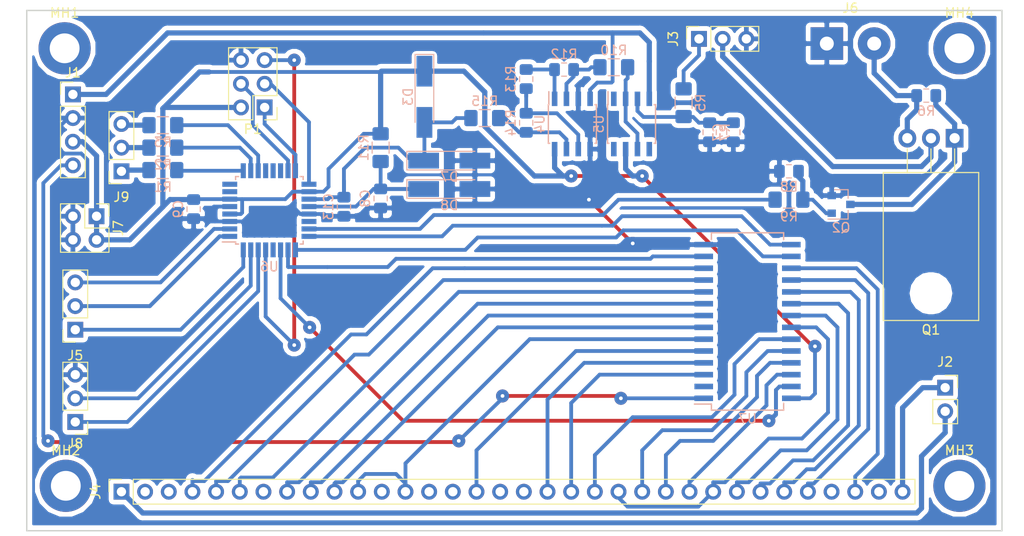
<source format=kicad_pcb>
(kicad_pcb (version 20171130) (host pcbnew 6.0.0-rc1-unknown-94cc1ef~66~ubuntu16.04.1)
  (layers (0 F.Cu signal) (31 B.Cu signal) (34 B.Paste user) (35 F.Paste user) (36 B.SilkS user) (37 F.SilkS user) (38 B.Mask user) (39 F.Mask user) (44 Edge.Cuts user))
  (net 0 "")
  (net 1 GND)
  (net 2 +5V)
  (net 3 -5V)
  (net 4 "Net-(C7-Pad1)")
  (net 5 "Net-(C8-Pad1)")
  (net 6 +15V)
  (net 7 "Net-(J3-Pad1)")
  (net 8 "Net-(J3-Pad2)")
  (net 9 /S8)
  (net 10 /7G)
  (net 11 /S7)
  (net 12 /6G)
  (net 13 /S5)
  (net 14 /S4)
  (net 15 /5G)
  (net 16 /4G)
  (net 17 /g)
  (net 18 /3G)
  (net 19 /f)
  (net 20 /e)
  (net 21 /2G)
  (net 22 /d)
  (net 23 /c)
  (net 24 /1G)
  (net 25 /b)
  (net 26 /a)
  (net 27 /S12)
  (net 28 /S10)
  (net 29 /MISO)
  (net 30 /SCK)
  (net 31 /MOSI)
  (net 32 /RST)
  (net 33 "Net-(Q1-Pad1)")
  (net 34 "Net-(Q2-Pad1)")
  (net 35 /SOLDER)
  (net 36 "Net-(R10-Pad1)")
  (net 37 "Net-(R10-Pad2)")
  (net 38 "Net-(R12-Pad2)")
  (net 39 "Net-(R13-Pad2)")
  (net 40 "Net-(R14-Pad2)")
  (net 41 /TEMP)
  (net 42 /FBB)
  (net 43 /SDI)
  (net 44 /CLOCK)
  (net 45 /STROBE)
  (net 46 /BLANK)
  (net 47 /FBA)
  (net 48 +36V)
  (net 49 /INP1)
  (net 50 /INP2)
  (net 51 /INP3)
  (net 52 "Net-(J8-Pad1)")
  (net 53 "Net-(J8-Pad2)")
  (net 54 "Net-(J9-Pad1)")
  (net 55 "Net-(J9-Pad2)")
  (net 56 "Net-(J9-Pad3)")
  (net 57 /INP4)
  (net 58 /INP5)
  (net 59 /INP6)
  (module Capacitor_SMD:C_0805_2012Metric_Pad1.15x1.40mm_HandSolder (layer B.Cu) (at 118.707 46.759 270)
    (fp_text reference C7 (at 0 1.65 270) (layer B.SilkS) (effects (justify mirror)))
    (fp_text value 10n)
    (pad 1 smd roundrect (at -1.025 0 270) (size 1.15 1.4) (layers B.Cu B.Paste B.Mask) (roundrect_rratio 0.217391) (net 4 "Net-(C7-Pad1)"))
    (pad 2 smd roundrect (at 1.025 0 270) (size 1.15 1.4) (layers B.Cu B.Paste B.Mask) (roundrect_rratio 0.217391) (net 1 GND))
  )
  (module Capacitor_SMD:C_0805_2012Metric_Pad1.15x1.40mm_HandSolder (layer B.Cu) (at 80.861 53.871 270)
    (fp_text reference C8 (at 0 1.65 270) (layer B.SilkS) (effects (justify mirror)))
    (fp_text value 10n)
    (pad 1 smd roundrect (at -1.025 0 270) (size 1.15 1.4) (layers B.Cu B.Paste B.Mask) (roundrect_rratio 0.217391) (net 5 "Net-(C8-Pad1)"))
    (pad 2 smd roundrect (at 1.025 0 270) (size 1.15 1.4) (layers B.Cu B.Paste B.Mask) (roundrect_rratio 0.217391) (net 1 GND))
  )
  (module Capacitor_SMD:C_0805_2012Metric_Pad1.15x1.40mm_HandSolder (layer B.Cu) (at 60.795 55.014 270)
    (fp_text reference C9 (at 0 1.65 270) (layer B.SilkS) (effects (justify mirror)))
    (fp_text value 10n)
    (pad 2 smd roundrect (at 1.025 0 270) (size 1.15 1.4) (layers B.Cu B.Paste B.Mask) (roundrect_rratio 0.217391) (net 1 GND))
    (pad 1 smd roundrect (at -1.025 0 270) (size 1.15 1.4) (layers B.Cu B.Paste B.Mask) (roundrect_rratio 0.217391) (net 2 +5V))
  )
  (module Connector_PinSocket_2.54mm:PinSocket_1x03_P2.54mm_Vertical (layer F.Cu) (at 115.024 36.726 90)
    (fp_text reference J3 (at 0 -2.77 90) (layer F.SilkS))
    (fp_text value RT_WELLER)
    (pad 1 thru_hole rect (at 0 0 90) (size 1.7 1.7) (drill 1) (layers *.Cu *.Mask) (net 7 "Net-(J3-Pad1)"))
    (pad 2 thru_hole oval (at 0 2.54 90) (size 1.7 1.7) (drill 1) (layers *.Cu *.Mask) (net 8 "Net-(J3-Pad2)"))
    (pad 3 thru_hole oval (at 0 5.08 90) (size 1.7 1.7) (drill 1) (layers *.Cu *.Mask) (net 1 GND))
  )
  (module Connector_PinSocket_2.54mm:PinSocket_1x34_P2.54mm_Vertical (layer F.Cu) (at 53.048 85.367 90)
    (fp_text reference J4 (at 0 -2.77 90) (layer F.SilkS))
    (fp_text value "VFD dISPLAY")
    (pad 1 thru_hole rect (at 0 0 90) (size 1.7 1.7) (drill 1) (layers *.Cu *.Mask) (net 47 /FBA))
    (pad 2 thru_hole oval (at 0 2.54 90) (size 1.7 1.7) (drill 1) (layers *.Cu *.Mask))
    (pad 3 thru_hole oval (at 0 5.08 90) (size 1.7 1.7) (drill 1) (layers *.Cu *.Mask))
    (pad 4 thru_hole oval (at 0 7.62 90) (size 1.7 1.7) (drill 1) (layers *.Cu *.Mask) (net 9 /S8))
    (pad 5 thru_hole oval (at 0 10.16 90) (size 1.7 1.7) (drill 1) (layers *.Cu *.Mask) (net 10 /7G))
    (pad 6 thru_hole oval (at 0 12.7 90) (size 1.7 1.7) (drill 1) (layers *.Cu *.Mask) (net 11 /S7))
    (pad 7 thru_hole oval (at 0 15.24 90) (size 1.7 1.7) (drill 1) (layers *.Cu *.Mask))
    (pad 8 thru_hole oval (at 0 17.78 90) (size 1.7 1.7) (drill 1) (layers *.Cu *.Mask) (net 12 /6G))
    (pad 9 thru_hole oval (at 0 20.32 90) (size 1.7 1.7) (drill 1) (layers *.Cu *.Mask) (net 13 /S5))
    (pad 10 thru_hole oval (at 0 22.86 90) (size 1.7 1.7) (drill 1) (layers *.Cu *.Mask) (net 14 /S4))
    (pad 11 thru_hole oval (at 0 25.4 90) (size 1.7 1.7) (drill 1) (layers *.Cu *.Mask) (net 15 /5G))
    (pad 12 thru_hole oval (at 0 27.94 90) (size 1.7 1.7) (drill 1) (layers *.Cu *.Mask))
    (pad 13 thru_hole oval (at 0 30.48 90) (size 1.7 1.7) (drill 1) (layers *.Cu *.Mask) (net 15 /5G))
    (pad 14 thru_hole oval (at 0 33.02 90) (size 1.7 1.7) (drill 1) (layers *.Cu *.Mask))
    (pad 15 thru_hole oval (at 0 35.56 90) (size 1.7 1.7) (drill 1) (layers *.Cu *.Mask))
    (pad 16 thru_hole oval (at 0 38.1 90) (size 1.7 1.7) (drill 1) (layers *.Cu *.Mask) (net 16 /4G))
    (pad 17 thru_hole oval (at 0 40.64 90) (size 1.7 1.7) (drill 1) (layers *.Cu *.Mask))
    (pad 18 thru_hole oval (at 0 43.18 90) (size 1.7 1.7) (drill 1) (layers *.Cu *.Mask))
    (pad 19 thru_hole oval (at 0 45.72 90) (size 1.7 1.7) (drill 1) (layers *.Cu *.Mask) (net 17 /g))
    (pad 20 thru_hole oval (at 0 48.26 90) (size 1.7 1.7) (drill 1) (layers *.Cu *.Mask) (net 18 /3G))
    (pad 21 thru_hole oval (at 0 50.8 90) (size 1.7 1.7) (drill 1) (layers *.Cu *.Mask) (net 25 /b))
    (pad 22 thru_hole oval (at 0 53.34 90) (size 1.7 1.7) (drill 1) (layers *.Cu *.Mask) (net 24 /1G))
    (pad 23 thru_hole oval (at 0 55.88 90) (size 1.7 1.7) (drill 1) (layers *.Cu *.Mask) (net 26 /a))
    (pad 24 thru_hole oval (at 0 58.42 90) (size 1.7 1.7) (drill 1) (layers *.Cu *.Mask) (net 27 /S12))
    (pad 25 thru_hole oval (at 0 60.96 90) (size 1.7 1.7) (drill 1) (layers *.Cu *.Mask) (net 28 /S10))
    (pad 26 thru_hole oval (at 0 63.5 90) (size 1.7 1.7) (drill 1) (layers *.Cu *.Mask) (net 24 /1G))
    (pad 27 thru_hole oval (at 0 66.04 90) (size 1.7 1.7) (drill 1) (layers *.Cu *.Mask) (net 23 /c))
    (pad 28 thru_hole oval (at 0 68.58 90) (size 1.7 1.7) (drill 1) (layers *.Cu *.Mask) (net 22 /d))
    (pad 29 thru_hole oval (at 0 71.12 90) (size 1.7 1.7) (drill 1) (layers *.Cu *.Mask) (net 21 /2G))
    (pad 30 thru_hole oval (at 0 73.66 90) (size 1.7 1.7) (drill 1) (layers *.Cu *.Mask) (net 20 /e))
    (pad 31 thru_hole oval (at 0 76.2 90) (size 1.7 1.7) (drill 1) (layers *.Cu *.Mask))
    (pad 32 thru_hole oval (at 0 78.74 90) (size 1.7 1.7) (drill 1) (layers *.Cu *.Mask) (net 19 /f))
    (pad 33 thru_hole oval (at 0 81.28 90) (size 1.7 1.7) (drill 1) (layers *.Cu *.Mask))
    (pad 34 thru_hole oval (at 0 83.82 90) (size 1.7 1.7) (drill 1) (layers *.Cu *.Mask) (net 42 /FBB))
  )
  (module Connector_PinHeader_2.54mm:PinHeader_2x03_P2.54mm_Vertical (layer F.Cu) (at 68.415 44.092 180)
    (fp_text reference P1 (at 1.27 -2.33 180) (layer F.SilkS))
    (fp_text value ISP)
    (pad 1 thru_hole rect (at 0 0 180) (size 1.7 1.7) (drill 1) (layers *.Cu *.Mask) (net 29 /MISO))
    (pad 2 thru_hole oval (at 2.54 0 180) (size 1.7 1.7) (drill 1) (layers *.Cu *.Mask) (net 2 +5V))
    (pad 3 thru_hole oval (at 0 2.54 180) (size 1.7 1.7) (drill 1) (layers *.Cu *.Mask) (net 30 /SCK))
    (pad 4 thru_hole oval (at 2.54 2.54 180) (size 1.7 1.7) (drill 1) (layers *.Cu *.Mask) (net 31 /MOSI))
    (pad 5 thru_hole oval (at 0 5.08 180) (size 1.7 1.7) (drill 1) (layers *.Cu *.Mask) (net 32 /RST))
    (pad 6 thru_hole oval (at 2.54 5.08 180) (size 1.7 1.7) (drill 1) (layers *.Cu *.Mask) (net 1 GND))
  )
  (module Package_TO_SOT_THT:TO-220-3_Horizontal_TabDown (layer F.Cu) (at 142.456 47.394 180)
    (fp_text reference Q1 (at 2.54 -20.58 180) (layer F.SilkS))
    (fp_text value IRF9540)
    (pad "" np_thru_hole oval (at 2.54 -16.66 180) (size 3.5 3.5) (drill 3.5) (layers *.Cu *.Mask))
    (pad 1 thru_hole rect (at 0 0 180) (size 1.905 2) (drill 1.1) (layers *.Cu *.Mask) (net 33 "Net-(Q1-Pad1)"))
    (pad 2 thru_hole oval (at 2.54 0 180) (size 1.905 2) (drill 1.1) (layers *.Cu *.Mask) (net 8 "Net-(J3-Pad2)"))
    (pad 3 thru_hole oval (at 5.08 0 180) (size 1.905 2) (drill 1.1) (layers *.Cu *.Mask) (net 6 +15V))
  )
  (module Package_TO_SOT_SMD:SOT-23 (layer B.Cu) (at 130.264 54.506)
    (fp_text reference Q2 (at 0 2.5) (layer B.SilkS) (effects (justify mirror)))
    (fp_text value 2N7002)
    (pad 1 smd rect (at -1 0.95) (size 0.9 0.8) (layers B.Cu B.Paste B.Mask) (net 34 "Net-(Q2-Pad1)"))
    (pad 2 smd rect (at -1 -0.95) (size 0.9 0.8) (layers B.Cu B.Paste B.Mask) (net 1 GND))
    (pad 3 smd rect (at 1 0) (size 0.9 0.8) (layers B.Cu B.Paste B.Mask) (net 33 "Net-(Q1-Pad1)"))
  )
  (module Resistor_SMD:R_0805_2012Metric_Pad1.15x1.40mm_HandSolder (layer B.Cu) (at 139.408 42.822)
    (fp_text reference R6 (at 0 1.65) (layer B.SilkS) (effects (justify mirror)))
    (fp_text value 4k7)
    (pad 1 smd roundrect (at -1.025 0) (size 1.15 1.4) (layers B.Cu B.Paste B.Mask) (roundrect_rratio 0.217391) (net 6 +15V))
    (pad 2 smd roundrect (at 1.025 0) (size 1.15 1.4) (layers B.Cu B.Paste B.Mask) (roundrect_rratio 0.217391) (net 33 "Net-(Q1-Pad1)"))
  )
  (module Resistor_SMD:R_0805_2012Metric_Pad1.15x1.40mm_HandSolder (layer B.Cu) (at 116.167 46.759 90)
    (fp_text reference R7 (at 0 1.65 90) (layer B.SilkS) (effects (justify mirror)))
    (fp_text value 100k)
    (pad 1 smd roundrect (at -1.025 0 90) (size 1.15 1.4) (layers B.Cu B.Paste B.Mask) (roundrect_rratio 0.217391) (net 1 GND))
    (pad 2 smd roundrect (at 1.025 0 90) (size 1.15 1.4) (layers B.Cu B.Paste B.Mask) (roundrect_rratio 0.217391) (net 4 "Net-(C7-Pad1)"))
  )
  (module Resistor_SMD:R_0805_2012Metric_Pad1.15x1.40mm_HandSolder (layer B.Cu) (at 124.676 50.95)
    (fp_text reference R8 (at 0 1.65) (layer B.SilkS) (effects (justify mirror)))
    (fp_text value 2k2)
    (pad 2 smd roundrect (at 1.025 0) (size 1.15 1.4) (layers B.Cu B.Paste B.Mask) (roundrect_rratio 0.217391) (net 34 "Net-(Q2-Pad1)"))
    (pad 1 smd roundrect (at -1.025 0) (size 1.15 1.4) (layers B.Cu B.Paste B.Mask) (roundrect_rratio 0.217391) (net 1 GND))
  )
  (module Resistor_SMD:R_0805_2012Metric_Pad1.15x1.40mm_HandSolder (layer B.Cu) (at 100.546 40.028 180)
    (fp_text reference R12 (at 0 1.65 180) (layer B.SilkS) (effects (justify mirror)))
    (fp_text value 22k)
    (pad 2 smd roundrect (at 1.025 0 180) (size 1.15 1.4) (layers B.Cu B.Paste B.Mask) (roundrect_rratio 0.217391) (net 38 "Net-(R12-Pad2)"))
    (pad 1 smd roundrect (at -1.025 0 180) (size 1.15 1.4) (layers B.Cu B.Paste B.Mask) (roundrect_rratio 0.217391) (net 37 "Net-(R10-Pad2)"))
  )
  (module Resistor_SMD:R_0805_2012Metric_Pad1.15x1.40mm_HandSolder (layer B.Cu) (at 96.482 41.044 270)
    (fp_text reference R13 (at 0 1.65 270) (layer B.SilkS) (effects (justify mirror)))
    (fp_text value 1k)
    (pad 1 smd roundrect (at -1.025 0 270) (size 1.15 1.4) (layers B.Cu B.Paste B.Mask) (roundrect_rratio 0.217391) (net 38 "Net-(R12-Pad2)"))
    (pad 2 smd roundrect (at 1.025 0 270) (size 1.15 1.4) (layers B.Cu B.Paste B.Mask) (roundrect_rratio 0.217391) (net 39 "Net-(R13-Pad2)"))
  )
  (module Resistor_SMD:R_0805_2012Metric_Pad1.15x1.40mm_HandSolder (layer B.Cu) (at 96.482 45.743 270)
    (fp_text reference R14 (at 0 1.65 270) (layer B.SilkS) (effects (justify mirror)))
    (fp_text value 33k)
    (pad 2 smd roundrect (at 1.025 0 270) (size 1.15 1.4) (layers B.Cu B.Paste B.Mask) (roundrect_rratio 0.217391) (net 40 "Net-(R14-Pad2)"))
    (pad 1 smd roundrect (at -1.025 0 270) (size 1.15 1.4) (layers B.Cu B.Paste B.Mask) (roundrect_rratio 0.217391) (net 39 "Net-(R13-Pad2)"))
  )
  (module Package_SO:SOIC-8_3.9x4.9mm_P1.27mm (layer B.Cu) (at 101.435 45.87 270)
    (fp_text reference U4 (at 0 3.5 270) (layer B.SilkS) (effects (justify mirror)))
    (fp_text value TLC272)
    (pad 8 smd rect (at 2.7 1.905 270) (size 1.55 0.6) (layers B.Cu B.Paste B.Mask) (net 2 +5V))
    (pad 7 smd rect (at 2.7 0.635 270) (size 1.55 0.6) (layers B.Cu B.Paste B.Mask) (net 40 "Net-(R14-Pad2)"))
    (pad 6 smd rect (at 2.7 -0.635 270) (size 1.55 0.6) (layers B.Cu B.Paste B.Mask) (net 39 "Net-(R13-Pad2)"))
    (pad 5 smd rect (at 2.7 -1.905 270) (size 1.55 0.6) (layers B.Cu B.Paste B.Mask) (net 1 GND))
    (pad 4 smd rect (at -2.7 -1.905 270) (size 1.55 0.6) (layers B.Cu B.Paste B.Mask) (net 3 -5V))
    (pad 3 smd rect (at -2.7 -0.635 270) (size 1.55 0.6) (layers B.Cu B.Paste B.Mask) (net 1 GND))
    (pad 2 smd rect (at -2.7 0.635 270) (size 1.55 0.6) (layers B.Cu B.Paste B.Mask) (net 37 "Net-(R10-Pad2)"))
    (pad 1 smd rect (at -2.7 1.905 270) (size 1.55 0.6) (layers B.Cu B.Paste B.Mask) (net 38 "Net-(R12-Pad2)"))
  )
  (module Package_SO:SOIC-8_3.9x4.9mm_P1.27mm (layer B.Cu) (at 107.785 45.87 270)
    (fp_text reference U5 (at 0 3.5 270) (layer B.SilkS) (effects (justify mirror)))
    (fp_text value LT1007)
    (pad 1 smd rect (at -2.7 1.905 270) (size 1.55 0.6) (layers B.Cu B.Paste B.Mask))
    (pad 2 smd rect (at -2.7 0.635 270) (size 1.55 0.6) (layers B.Cu B.Paste B.Mask) (net 36 "Net-(R10-Pad1)"))
    (pad 3 smd rect (at -2.7 -0.635 270) (size 1.55 0.6) (layers B.Cu B.Paste B.Mask) (net 4 "Net-(C7-Pad1)"))
    (pad 4 smd rect (at -2.7 -1.905 270) (size 1.55 0.6) (layers B.Cu B.Paste B.Mask) (net 3 -5V))
    (pad 5 smd rect (at 2.7 -1.905 270) (size 1.55 0.6) (layers B.Cu B.Paste B.Mask))
    (pad 6 smd rect (at 2.7 -0.635 270) (size 1.55 0.6) (layers B.Cu B.Paste B.Mask) (net 36 "Net-(R10-Pad1)"))
    (pad 7 smd rect (at 2.7 0.635 270) (size 1.55 0.6) (layers B.Cu B.Paste B.Mask) (net 2 +5V))
    (pad 8 smd rect (at 2.7 1.905 270) (size 1.55 0.6) (layers B.Cu B.Paste B.Mask))
  )
  (module Package_QFP:TQFP-32_7x7mm_P0.8mm (layer B.Cu) (at 68.923 55.141)
    (fp_text reference U6 (at 0 6.05) (layer B.SilkS) (effects (justify mirror)))
    (fp_text value ATMEGA168-20AU)
    (pad 1 smd rect (at -4.25 2.8) (size 1.6 0.55) (layers B.Cu B.Paste B.Mask) (net 50 /INP2))
    (pad 2 smd rect (at -4.25 2) (size 1.6 0.55) (layers B.Cu B.Paste B.Mask) (net 51 /INP3))
    (pad 3 smd rect (at -4.25 1.2) (size 1.6 0.55) (layers B.Cu B.Paste B.Mask) (net 1 GND))
    (pad 4 smd rect (at -4.25 0.4) (size 1.6 0.55) (layers B.Cu B.Paste B.Mask) (net 2 +5V))
    (pad 5 smd rect (at -4.25 -0.4) (size 1.6 0.55) (layers B.Cu B.Paste B.Mask) (net 1 GND))
    (pad 6 smd rect (at -4.25 -1.2) (size 1.6 0.55) (layers B.Cu B.Paste B.Mask) (net 2 +5V))
    (pad 7 smd rect (at -4.25 -2) (size 1.6 0.55) (layers B.Cu B.Paste B.Mask))
    (pad 8 smd rect (at -4.25 -2.8) (size 1.6 0.55) (layers B.Cu B.Paste B.Mask))
    (pad 9 smd rect (at -2.8 -4.25 270) (size 1.6 0.55) (layers B.Cu B.Paste B.Mask) (net 57 /INP4))
    (pad 10 smd rect (at -2 -4.25 270) (size 1.6 0.55) (layers B.Cu B.Paste B.Mask) (net 58 /INP5))
    (pad 11 smd rect (at -1.2 -4.25 270) (size 1.6 0.55) (layers B.Cu B.Paste B.Mask) (net 59 /INP6))
    (pad 12 smd rect (at -0.4 -4.25 270) (size 1.6 0.55) (layers B.Cu B.Paste B.Mask))
    (pad 13 smd rect (at 0.4 -4.25 270) (size 1.6 0.55) (layers B.Cu B.Paste B.Mask))
    (pad 14 smd rect (at 1.2 -4.25 270) (size 1.6 0.55) (layers B.Cu B.Paste B.Mask))
    (pad 15 smd rect (at 2 -4.25 270) (size 1.6 0.55) (layers B.Cu B.Paste B.Mask) (net 31 /MOSI))
    (pad 16 smd rect (at 2.8 -4.25 270) (size 1.6 0.55) (layers B.Cu B.Paste B.Mask) (net 29 /MISO))
    (pad 17 smd rect (at 4.25 -2.8) (size 1.6 0.55) (layers B.Cu B.Paste B.Mask) (net 30 /SCK))
    (pad 18 smd rect (at 4.25 -2) (size 1.6 0.55) (layers B.Cu B.Paste B.Mask) (net 2 +5V))
    (pad 19 smd rect (at 4.25 -1.2) (size 1.6 0.55) (layers B.Cu B.Paste B.Mask) (net 41 /TEMP))
    (pad 20 smd rect (at 4.25 -0.4) (size 1.6 0.55) (layers B.Cu B.Paste B.Mask) (net 5 "Net-(C8-Pad1)"))
    (pad 21 smd rect (at 4.25 0.4) (size 1.6 0.55) (layers B.Cu B.Paste B.Mask) (net 1 GND))
    (pad 22 smd rect (at 4.25 1.2) (size 1.6 0.55) (layers B.Cu B.Paste B.Mask))
    (pad 23 smd rect (at 4.25 2) (size 1.6 0.55) (layers B.Cu B.Paste B.Mask) (net 35 /SOLDER))
    (pad 24 smd rect (at 4.25 2.8) (size 1.6 0.55) (layers B.Cu B.Paste B.Mask) (net 44 /CLOCK))
    (pad 25 smd rect (at 2.8 4.25 270) (size 1.6 0.55) (layers B.Cu B.Paste B.Mask) (net 45 /STROBE))
    (pad 26 smd rect (at 2 4.25 270) (size 1.6 0.55) (layers B.Cu B.Paste B.Mask) (net 46 /BLANK))
    (pad 27 smd rect (at 1.2 4.25 270) (size 1.6 0.55) (layers B.Cu B.Paste B.Mask) (net 43 /SDI))
    (pad 28 smd rect (at 0.4 4.25 270) (size 1.6 0.55) (layers B.Cu B.Paste B.Mask))
    (pad 29 smd rect (at -0.4 4.25 270) (size 1.6 0.55) (layers B.Cu B.Paste B.Mask) (net 32 /RST))
    (pad 30 smd rect (at -1.2 4.25 270) (size 1.6 0.55) (layers B.Cu B.Paste B.Mask) (net 52 "Net-(J8-Pad1)"))
    (pad 31 smd rect (at -2 4.25 270) (size 1.6 0.55) (layers B.Cu B.Paste B.Mask) (net 53 "Net-(J8-Pad2)"))
    (pad 32 smd rect (at -2.8 4.25 270) (size 1.6 0.55) (layers B.Cu B.Paste B.Mask) (net 49 /INP1))
  )
  (module Package_SO:SOIC-28W_7.5x18.7mm_P1.27mm (layer B.Cu) (at 120.231 67.079)
    (fp_text reference U7 (at 0 10.45) (layer B.SilkS) (effects (justify mirror)))
    (fp_text value HV5812-SOIC)
    (pad 1 smd rect (at -4.7 8.255) (size 2 0.6) (layers B.Cu B.Paste B.Mask) (net 48 +36V))
    (pad 2 smd rect (at -4.7 6.985) (size 2 0.6) (layers B.Cu B.Paste B.Mask))
    (pad 3 smd rect (at -4.7 5.715) (size 2 0.6) (layers B.Cu B.Paste B.Mask) (net 18 /3G))
    (pad 4 smd rect (at -4.7 4.445) (size 2 0.6) (layers B.Cu B.Paste B.Mask) (net 17 /g))
    (pad 5 smd rect (at -4.7 3.175) (size 2 0.6) (layers B.Cu B.Paste B.Mask) (net 16 /4G))
    (pad 6 smd rect (at -4.7 1.905) (size 2 0.6) (layers B.Cu B.Paste B.Mask) (net 15 /5G))
    (pad 7 smd rect (at -4.7 0.635) (size 2 0.6) (layers B.Cu B.Paste B.Mask) (net 14 /S4))
    (pad 8 smd rect (at -4.7 -0.635) (size 2 0.6) (layers B.Cu B.Paste B.Mask) (net 13 /S5))
    (pad 9 smd rect (at -4.7 -1.905) (size 2 0.6) (layers B.Cu B.Paste B.Mask) (net 12 /6G))
    (pad 10 smd rect (at -4.7 -3.175) (size 2 0.6) (layers B.Cu B.Paste B.Mask) (net 11 /S7))
    (pad 11 smd rect (at -4.7 -4.445) (size 2 0.6) (layers B.Cu B.Paste B.Mask) (net 10 /7G))
    (pad 12 smd rect (at -4.7 -5.715) (size 2 0.6) (layers B.Cu B.Paste B.Mask) (net 9 /S8))
    (pad 13 smd rect (at -4.7 -6.985) (size 2 0.6) (layers B.Cu B.Paste B.Mask) (net 46 /BLANK))
    (pad 14 smd rect (at -4.7 -8.255) (size 2 0.6) (layers B.Cu B.Paste B.Mask) (net 1 GND))
    (pad 15 smd rect (at 4.7 -8.255) (size 2 0.6) (layers B.Cu B.Paste B.Mask) (net 44 /CLOCK))
    (pad 16 smd rect (at 4.7 -6.985) (size 2 0.6) (layers B.Cu B.Paste B.Mask) (net 45 /STROBE))
    (pad 17 smd rect (at 4.7 -5.715) (size 2 0.6) (layers B.Cu B.Paste B.Mask) (net 19 /f))
    (pad 18 smd rect (at 4.7 -4.445) (size 2 0.6) (layers B.Cu B.Paste B.Mask) (net 20 /e))
    (pad 19 smd rect (at 4.7 -3.175) (size 2 0.6) (layers B.Cu B.Paste B.Mask) (net 21 /2G))
    (pad 20 smd rect (at 4.7 -1.905) (size 2 0.6) (layers B.Cu B.Paste B.Mask) (net 22 /d))
    (pad 21 smd rect (at 4.7 -0.635) (size 2 0.6) (layers B.Cu B.Paste B.Mask) (net 23 /c))
    (pad 22 smd rect (at 4.7 0.635) (size 2 0.6) (layers B.Cu B.Paste B.Mask) (net 24 /1G))
    (pad 23 smd rect (at 4.7 1.905) (size 2 0.6) (layers B.Cu B.Paste B.Mask) (net 25 /b))
    (pad 24 smd rect (at 4.7 3.175) (size 2 0.6) (layers B.Cu B.Paste B.Mask) (net 26 /a))
    (pad 25 smd rect (at 4.7 4.445) (size 2 0.6) (layers B.Cu B.Paste B.Mask) (net 27 /S12))
    (pad 26 smd rect (at 4.7 5.715) (size 2 0.6) (layers B.Cu B.Paste B.Mask) (net 28 /S10))
    (pad 27 smd rect (at 4.7 6.985) (size 2 0.6) (layers B.Cu B.Paste B.Mask) (net 43 /SDI))
    (pad 28 smd rect (at 4.7 8.255) (size 2 0.6) (layers B.Cu B.Paste B.Mask) (net 2 +5V))
  )
  (module Capacitor_SMD:C_0805_2012Metric_Pad1.15x1.40mm_HandSolder (layer B.Cu) (at 76.924 54.76 270)
    (fp_text reference C13 (at 0 1.65 270) (layer B.SilkS) (effects (justify mirror)))
    (fp_text value 10n)
    (pad 1 smd roundrect (at -1.025 0 270) (size 1.15 1.4) (layers B.Cu B.Paste B.Mask) (roundrect_rratio 0.217391) (net 41 /TEMP))
    (pad 2 smd roundrect (at 1.025 0 270) (size 1.15 1.4) (layers B.Cu B.Paste B.Mask) (roundrect_rratio 0.217391) (net 1 GND))
  )
  (module Diode_SMD:D_MiniMELF_Handsoldering (layer B.Cu) (at 85.56 42.949 270)
    (fp_text reference D3 (at 0 1.75 270) (layer B.SilkS) (effects (justify mirror)))
    (fp_text value 1N4148)
    (pad 1 smd rect (at -2.75 0 270) (size 3.3 1.7) (layers B.Cu B.Paste B.Mask) (net 2 +5V))
    (pad 2 smd rect (at 2.75 0 270) (size 3.3 1.7) (layers B.Cu B.Paste B.Mask) (net 41 /TEMP))
  )
  (module Diode_SMD:D_MiniMELF_Handsoldering (layer B.Cu) (at 88.227 49.807)
    (fp_text reference D7 (at 0 1.75) (layer B.SilkS) (effects (justify mirror)))
    (fp_text value 1N4148)
    (pad 2 smd rect (at 2.75 0) (size 3.3 1.7) (layers B.Cu B.Paste B.Mask) (net 1 GND))
    (pad 1 smd rect (at -2.75 0) (size 3.3 1.7) (layers B.Cu B.Paste B.Mask) (net 41 /TEMP))
  )
  (module Diode_SMD:D_MiniMELF_Handsoldering (layer B.Cu) (at 88.227 52.855)
    (fp_text reference D8 (at 0 1.75) (layer B.SilkS) (effects (justify mirror)))
    (fp_text value 4V7)
    (pad 1 smd rect (at -2.75 0) (size 3.3 1.7) (layers B.Cu B.Paste B.Mask) (net 5 "Net-(C8-Pad1)"))
    (pad 2 smd rect (at 2.75 0) (size 3.3 1.7) (layers B.Cu B.Paste B.Mask) (net 1 GND))
  )
  (module Resistor_SMD:R_1206_3216Metric_Pad1.42x1.75mm_HandSolder (layer B.Cu) (at 124.676 53.998)
    (fp_text reference R9 (at 0 1.82) (layer B.SilkS) (effects (justify mirror)))
    (fp_text value 1k)
    (pad 1 smd roundrect (at -1.4875 0) (size 1.425 1.75) (layers B.Cu B.Paste B.Mask) (roundrect_rratio 0.175439) (net 35 /SOLDER))
    (pad 2 smd roundrect (at 1.4875 0) (size 1.425 1.75) (layers B.Cu B.Paste B.Mask) (roundrect_rratio 0.175439) (net 34 "Net-(Q2-Pad1)"))
  )
  (module Resistor_SMD:R_1206_3216Metric_Pad1.42x1.75mm_HandSolder (layer B.Cu) (at 80.861 48.41 270)
    (fp_text reference R11 (at 0 1.82 270) (layer B.SilkS) (effects (justify mirror)))
    (fp_text value 1k)
    (pad 1 smd roundrect (at -1.4875 0 270) (size 1.425 1.75) (layers B.Cu B.Paste B.Mask) (roundrect_rratio 0.175439) (net 2 +5V))
    (pad 2 smd roundrect (at 1.4875 0 270) (size 1.425 1.75) (layers B.Cu B.Paste B.Mask) (roundrect_rratio 0.175439) (net 5 "Net-(C8-Pad1)"))
  )
  (module MountingHole:MountingHole_3.2mm_M3_DIN965_Pad (layer F.Cu) (at 46.952 37.742)
    (fp_text reference MH1 (at 0 -3.8) (layer F.SilkS))
    (fp_text value MountingHole_Pad)
    (pad 1 thru_hole circle (at 0 0) (size 5.6 5.6) (drill 3.2) (layers *.Cu *.Mask))
  )
  (module MountingHole:MountingHole_3.2mm_M3_DIN965_Pad (layer F.Cu) (at 47.079 84.732)
    (fp_text reference MH2 (at 0 -3.8) (layer F.SilkS))
    (fp_text value MountingHole_Pad)
    (pad 1 thru_hole circle (at 0 0) (size 5.6 5.6) (drill 3.2) (layers *.Cu *.Mask))
  )
  (module MountingHole:MountingHole_3.2mm_M3_DIN965_Pad (layer F.Cu) (at 142.964 84.732)
    (fp_text reference MH3 (at 0 -3.8) (layer F.SilkS))
    (fp_text value MountingHole_Pad)
    (pad 1 thru_hole circle (at 0 0) (size 5.6 5.6) (drill 3.2) (layers *.Cu *.Mask))
  )
  (module MountingHole:MountingHole_3.2mm_M3_DIN965_Pad (layer F.Cu) (at 142.964 37.742)
    (fp_text reference MH4 (at 0 -3.8) (layer F.SilkS))
    (fp_text value MountingHole_Pad)
    (pad 1 thru_hole circle (at 0 0) (size 5.6 5.6) (drill 3.2) (layers *.Cu *.Mask))
  )
  (module Connector_PinHeader_2.54mm:PinHeader_1x04_P2.54mm_Vertical (layer F.Cu) (at 47.841 42.695)
    (fp_text reference J1 (at 0 -2.33) (layer F.SilkS))
    (fp_text value PWR_5_36)
    (pad 1 thru_hole rect (at 0 0) (size 1.7 1.7) (drill 1) (layers *.Cu *.Mask) (net 3 -5V))
    (pad 2 thru_hole oval (at 0 2.54) (size 1.7 1.7) (drill 1) (layers *.Cu *.Mask) (net 1 GND))
    (pad 3 thru_hole oval (at 0 5.08) (size 1.7 1.7) (drill 1) (layers *.Cu *.Mask) (net 2 +5V))
    (pad 4 thru_hole oval (at 0 7.62) (size 1.7 1.7) (drill 1) (layers *.Cu *.Mask) (net 48 +36V))
  )
  (module Connector_Wire:SolderWirePad_1x02_P5.08mm_Drill1.5mm (layer F.Cu) (at 128.74 37.234)
    (fp_text reference J6 (at 2.54 -3.81) (layer F.SilkS))
    (fp_text value PWR_15V)
    (pad 1 thru_hole rect (at 0 0) (size 3.50012 3.50012) (drill 1.50114) (layers *.Cu *.Mask) (net 1 GND))
    (pad 2 thru_hole circle (at 5.08 0) (size 3.50012 3.50012) (drill 1.50114) (layers *.Cu *.Mask) (net 6 +15V))
  )
  (module Connector_PinSocket_2.54mm:PinSocket_1x02_P2.54mm_Vertical (layer F.Cu) (at 141.44 74.191)
    (fp_text reference J2 (at 0 -2.77) (layer F.SilkS))
    (fp_text value Conn_FB)
    (pad 1 thru_hole rect (at 0 0) (size 1.7 1.7) (drill 1) (layers *.Cu *.Mask) (net 42 /FBB))
    (pad 2 thru_hole oval (at 0 2.54) (size 1.7 1.7) (drill 1) (layers *.Cu *.Mask) (net 47 /FBA))
  )
  (module Connector_PinSocket_2.54mm:PinSocket_1x03_P2.54mm_Vertical (layer F.Cu) (at 48.095 67.968 180)
    (fp_text reference J5 (at 0 -2.77 180) (layer F.SilkS))
    (fp_text value INPUT)
    (pad 1 thru_hole rect (at 0 0 180) (size 1.7 1.7) (drill 1) (layers *.Cu *.Mask) (net 49 /INP1))
    (pad 2 thru_hole oval (at 0 2.54 180) (size 1.7 1.7) (drill 1) (layers *.Cu *.Mask) (net 50 /INP2))
    (pad 3 thru_hole oval (at 0 5.08 180) (size 1.7 1.7) (drill 1) (layers *.Cu *.Mask) (net 51 /INP3))
  )
  (module Connector_PinHeader_2.54mm:PinHeader_2x02_P2.54mm_Vertical (layer F.Cu) (at 50.381 55.776 270)
    (fp_text reference J7 (at 1.27 -2.33 270) (layer F.SilkS))
    (fp_text value INT_PWR)
    (pad 1 thru_hole rect (at 0 0 270) (size 1.7 1.7) (drill 1) (layers *.Cu *.Mask) (net 2 +5V))
    (pad 2 thru_hole oval (at 2.54 0 270) (size 1.7 1.7) (drill 1) (layers *.Cu *.Mask) (net 2 +5V))
    (pad 3 thru_hole oval (at 0 2.54 270) (size 1.7 1.7) (drill 1) (layers *.Cu *.Mask) (net 1 GND))
    (pad 4 thru_hole oval (at 2.54 2.54 270) (size 1.7 1.7) (drill 1) (layers *.Cu *.Mask) (net 1 GND))
  )
  (module Connector_PinHeader_2.54mm:PinHeader_1x03_P2.54mm_Vertical (layer F.Cu) (at 48.095 77.874 180)
    (fp_text reference J8 (at 0 -2.33 180) (layer F.SilkS))
    (fp_text value SERIAL)
    (pad 1 thru_hole rect (at 0 0 180) (size 1.7 1.7) (drill 1) (layers *.Cu *.Mask) (net 52 "Net-(J8-Pad1)"))
    (pad 2 thru_hole oval (at 0 2.54 180) (size 1.7 1.7) (drill 1) (layers *.Cu *.Mask) (net 53 "Net-(J8-Pad2)"))
    (pad 3 thru_hole oval (at 0 5.08 180) (size 1.7 1.7) (drill 1) (layers *.Cu *.Mask) (net 1 GND))
  )
  (module Resistor_SMD:R_1206_3216Metric_Pad1.42x1.75mm_HandSolder (layer B.Cu) (at 105.88 39.774 180)
    (fp_text reference R10 (at 0 1.82 180) (layer B.SilkS) (effects (justify mirror)))
    (fp_text value 1k)
    (pad 2 smd roundrect (at 1.4875 0 180) (size 1.425 1.75) (layers B.Cu B.Paste B.Mask) (roundrect_rratio 0.175439) (net 37 "Net-(R10-Pad2)"))
    (pad 1 smd roundrect (at -1.4875 0 180) (size 1.425 1.75) (layers B.Cu B.Paste B.Mask) (roundrect_rratio 0.175439) (net 36 "Net-(R10-Pad1)"))
  )
  (module Resistor_SMD:R_1206_3216Metric_Pad1.42x1.75mm_HandSolder (layer B.Cu) (at 92.037 45.235 180)
    (fp_text reference R15 (at 0 1.82 180) (layer B.SilkS) (effects (justify mirror)))
    (fp_text value 10K)
    (pad 1 smd roundrect (at -1.4875 0 180) (size 1.425 1.75) (layers B.Cu B.Paste B.Mask) (roundrect_rratio 0.175439) (net 40 "Net-(R14-Pad2)"))
    (pad 2 smd roundrect (at 1.4875 0 180) (size 1.425 1.75) (layers B.Cu B.Paste B.Mask) (roundrect_rratio 0.175439) (net 41 /TEMP))
  )
  (module Resistor_SMD:R_1206_3216Metric_Pad1.42x1.75mm_HandSolder (layer B.Cu) (at 113.373 43.584 90)
    (fp_text reference R5 (at 0 1.82 90) (layer B.SilkS) (effects (justify mirror)))
    (fp_text value 5k6)
    (pad 1 smd roundrect (at -1.4875 0 90) (size 1.425 1.75) (layers B.Cu B.Paste B.Mask) (roundrect_rratio 0.175439) (net 4 "Net-(C7-Pad1)"))
    (pad 2 smd roundrect (at 1.4875 0 90) (size 1.425 1.75) (layers B.Cu B.Paste B.Mask) (roundrect_rratio 0.175439) (net 7 "Net-(J3-Pad1)"))
  )
  (module Connector_PinSocket_2.54mm:PinSocket_1x03_P2.54mm_Vertical (layer F.Cu) (at 53.048 50.95 180)
    (fp_text reference J9 (at 0 -2.77 180) (layer F.SilkS))
    (fp_text value INPUT)
    (pad 1 thru_hole rect (at 0 0 180) (size 1.7 1.7) (drill 1) (layers *.Cu *.Mask) (net 54 "Net-(J9-Pad1)"))
    (pad 2 thru_hole oval (at 0 2.54 180) (size 1.7 1.7) (drill 1) (layers *.Cu *.Mask) (net 55 "Net-(J9-Pad2)"))
    (pad 3 thru_hole oval (at 0 5.08 180) (size 1.7 1.7) (drill 1) (layers *.Cu *.Mask) (net 56 "Net-(J9-Pad3)"))
  )
  (module Resistor_SMD:R_1206_3216Metric_Pad1.42x1.75mm_HandSolder (layer B.Cu) (at 57.493 50.823)
    (fp_text reference R1 (at 0 1.82) (layer B.SilkS) (effects (justify mirror)))
    (fp_text value 0)
    (pad 1 smd roundrect (at -1.4875 0) (size 1.425 1.75) (layers B.Cu B.Paste B.Mask) (roundrect_rratio 0.175439) (net 54 "Net-(J9-Pad1)"))
    (pad 2 smd roundrect (at 1.4875 0) (size 1.425 1.75) (layers B.Cu B.Paste B.Mask) (roundrect_rratio 0.175439) (net 57 /INP4))
  )
  (module Resistor_SMD:R_1206_3216Metric_Pad1.42x1.75mm_HandSolder (layer B.Cu) (at 57.493 48.41)
    (fp_text reference R2 (at 0 1.82) (layer B.SilkS) (effects (justify mirror)))
    (fp_text value 0)
    (pad 2 smd roundrect (at 1.4875 0) (size 1.425 1.75) (layers B.Cu B.Paste B.Mask) (roundrect_rratio 0.175439) (net 58 /INP5))
    (pad 1 smd roundrect (at -1.4875 0) (size 1.425 1.75) (layers B.Cu B.Paste B.Mask) (roundrect_rratio 0.175439) (net 55 "Net-(J9-Pad2)"))
  )
  (module Resistor_SMD:R_1206_3216Metric_Pad1.42x1.75mm_HandSolder (layer B.Cu) (at 57.493 45.997)
    (fp_text reference R3 (at 0 1.82) (layer B.SilkS) (effects (justify mirror)))
    (fp_text value 0)
    (pad 1 smd roundrect (at -1.4875 0) (size 1.425 1.75) (layers B.Cu B.Paste B.Mask) (roundrect_rratio 0.175439) (net 56 "Net-(J9-Pad3)"))
    (pad 2 smd roundrect (at 1.4875 0) (size 1.425 1.75) (layers B.Cu B.Paste B.Mask) (roundrect_rratio 0.175439) (net 59 /INP6))
  )
  (gr_line (start 42.888 33.678) (end 147.536 33.678) (angle 90) (layer Edge.Cuts) (width 0.15))
  (gr_line (start 42.888 89.558) (end 42.888 33.678) (angle 90) (layer Edge.Cuts) (width 0.15))
  (gr_line (start 147.536 89.558) (end 42.888 89.558) (angle 90) (layer Edge.Cuts) (width 0.15))
  (gr_line (start 147.536 33.678) (end 147.536 89.558) (angle 90) (layer Edge.Cuts) (width 0.15))
  (segment (start 64.673 56.341) (end 66.072 56.341) (width 0.4064) (layer B.Cu) (net 1))
  (segment (start 72.244 55.541) (end 73.173 55.541) (width 0.4064) (layer B.Cu) (net 1))
  (segment (start 71.717 55.014) (end 72.244 55.541) (width 0.4064) (layer B.Cu) (net 1))
  (segment (start 67.399 55.014) (end 71.717 55.014) (width 0.4064) (layer B.Cu) (net 1))
  (segment (start 66.072 56.341) (end 67.399 55.014) (width 0.4064) (layer B.Cu) (net 1))
  (segment (start 64.673 56.341) (end 63.081 56.341) (width 0.4064) (layer B.Cu) (net 1))
  (segment (start 63.081 56.341) (end 62.122 56.341) (width 0.4064) (layer B.Cu) (net 1))
  (segment (start 61.82 56.039) (end 60.795 56.039) (width 0.4064) (layer B.Cu) (net 1))
  (segment (start 62.122 56.341) (end 61.82 56.039) (width 0.4064) (layer B.Cu) (net 1))
  (segment (start 64.673 54.741) (end 62.973 54.741) (width 0.4064) (layer B.Cu) (net 1))
  (segment (start 63.081 54.849) (end 63.081 56.341) (width 0.4064) (layer B.Cu) (net 1))
  (segment (start 62.973 54.741) (end 63.081 54.849) (width 0.4064) (layer B.Cu) (net 1))
  (segment (start 76.924 55.785) (end 75.028 55.785) (width 0.4064) (layer B.Cu) (net 1))
  (segment (start 74.784 55.541) (end 73.173 55.541) (width 0.4064) (layer B.Cu) (net 1))
  (segment (start 75.028 55.785) (end 74.784 55.541) (width 0.4064) (layer B.Cu) (net 1))
  (segment (start 47.841 55.776) (end 47.841 54.125) (width 0.4064) (layer B.Cu) (net 1))
  (segment (start 47.841 54.125) (end 49.365 52.601) (width 0.4064) (layer B.Cu) (net 1))
  (segment (start 49.365 52.601) (end 49.365 49.68) (width 0.4064) (layer B.Cu) (net 1))
  (segment (start 49.365 49.68) (end 48.73 49.045) (width 0.4064) (layer B.Cu) (net 1))
  (segment (start 48.73 49.045) (end 46.444 49.045) (width 0.4064) (layer B.Cu) (net 1))
  (segment (start 46.444 49.045) (end 45.936 48.537) (width 0.4064) (layer B.Cu) (net 1))
  (segment (start 45.936 48.537) (end 45.936 46.632) (width 0.4064) (layer B.Cu) (net 1))
  (segment (start 47.841 45.235) (end 47.333 45.235) (width 0.4064) (layer B.Cu) (net 1))
  (segment (start 47.333 45.235) (end 45.936 46.632) (width 0.4064) (layer B.Cu) (net 1))
  (segment (start 115.531 58.824) (end 108.039 58.824) (width 0.4064) (layer B.Cu) (net 1))
  (segment (start 102.07 52.855) (end 90.977 52.855) (width 0.4064) (layer B.Cu) (net 1))
  (segment (start 103.213 53.998) (end 102.07 52.855) (width 0.4064) (layer B.Cu) (net 1))
  (via (at 103.213 53.998) (size 1.4) (drill 0.4) (layers F.Cu B.Cu) (net 1))
  (segment (start 107.912 58.697) (end 103.213 53.998) (width 0.4064) (layer F.Cu) (net 1))
  (via (at 107.912 58.697) (size 1.4) (drill 0.4) (layers F.Cu B.Cu) (net 1))
  (segment (start 108.039 58.824) (end 107.912 58.697) (width 0.4064) (layer B.Cu) (net 1))
  (segment (start 73.173 53.141) (end 71.431 53.141) (width 0.4064) (layer B.Cu) (net 2))
  (segment (start 71.431 53.141) (end 70.631 53.941) (width 0.4064) (layer B.Cu) (net 2))
  (segment (start 70.631 53.941) (end 66.002 53.941) (width 0.4064) (layer B.Cu) (net 2))
  (segment (start 66.002 53.941) (end 64.673 53.941) (width 0.4064) (layer B.Cu) (net 2))
  (segment (start 64.673 55.541) (end 65.856 55.541) (width 0.4064) (layer B.Cu) (net 2))
  (segment (start 66.002 55.395) (end 66.002 53.941) (width 0.4064) (layer B.Cu) (net 2))
  (segment (start 65.856 55.541) (end 66.002 55.395) (width 0.4064) (layer B.Cu) (net 2))
  (segment (start 64.673 53.941) (end 60.843 53.941) (width 0.4064) (layer B.Cu) (net 2))
  (segment (start 60.843 53.941) (end 60.795 53.989) (width 0.4064) (layer B.Cu) (net 2))
  (segment (start 50.381 58.316) (end 50.381 55.776) (width 0.5588) (layer B.Cu) (net 2))
  (segment (start 47.841 47.775) (end 48.857 47.775) (width 0.5588) (layer B.Cu) (net 2))
  (segment (start 50.381 49.299) (end 50.381 55.776) (width 0.5588) (layer B.Cu) (net 2))
  (segment (start 48.857 47.775) (end 50.381 49.299) (width 0.5588) (layer B.Cu) (net 2))
  (segment (start 74.098 53.141) (end 73.173 53.141) (width 0.4064) (layer B.Cu) (net 2))
  (segment (start 62.446 40.282) (end 80.861 40.282) (width 0.4064) (layer B.Cu) (net 2))
  (via (at 108.928 51.458) (size 1.4) (drill 0.4) (layers F.Cu B.Cu) (net 2))
  (segment (start 124.931 75.334) (end 126.962 75.334) (width 0.4064) (layer B.Cu) (net 2))
  (segment (start 127.216 69.746) (end 108.928 51.458) (width 0.4064) (layer F.Cu) (net 2))
  (segment (start 127.47 69.746) (end 127.216 69.746) (width 0.4064) (layer F.Cu) (net 2))
  (segment (start 126.962 75.334) (end 127.47 74.826) (width 0.4064) (layer B.Cu) (net 2))
  (segment (start 127.47 74.826) (end 127.47 69.746) (width 0.4064) (layer B.Cu) (net 2))
  (via (at 127.47 69.746) (size 1.4) (drill 0.4) (layers F.Cu B.Cu) (net 2))
  (segment (start 108.928 51.458) (end 101.308 51.458) (width 0.4064) (layer F.Cu) (net 2))
  (via (at 101.308 51.458) (size 1.4) (drill 0.4) (layers F.Cu B.Cu) (net 2))
  (segment (start 73.173 53.141) (end 74.733 53.141) (width 0.4064) (layer B.Cu) (net 2))
  (segment (start 74.733 53.141) (end 75.273 52.601) (width 0.4064) (layer B.Cu) (net 2))
  (segment (start 80.861 46.9225) (end 79.0465 46.9225) (width 0.4064) (layer B.Cu) (net 2))
  (segment (start 75.273 50.696) (end 75.273 52.601) (width 0.4064) (layer B.Cu) (net 2))
  (segment (start 79.0465 46.9225) (end 75.273 50.696) (width 0.4064) (layer B.Cu) (net 2))
  (segment (start 107.15 50.696) (end 107.15 48.57) (width 0.5588) (layer B.Cu) (net 2))
  (segment (start 108.928 51.458) (end 107.912 51.458) (width 0.5588) (layer B.Cu) (net 2))
  (segment (start 107.912 51.458) (end 107.15 50.696) (width 0.5588) (layer B.Cu) (net 2))
  (segment (start 80.861 46.9225) (end 80.861 40.282) (width 0.5588) (layer B.Cu) (net 2))
  (segment (start 80.861 40.282) (end 80.861 40.409) (width 0.4064) (layer B.Cu) (net 2))
  (segment (start 85.56 40.199) (end 80.944 40.199) (width 0.5588) (layer B.Cu) (net 2))
  (segment (start 80.944 40.199) (end 80.861 40.282) (width 0.4064) (layer B.Cu) (net 2))
  (segment (start 101.308 51.458) (end 100.419 51.458) (width 0.4064) (layer B.Cu) (net 2))
  (segment (start 99.53 50.569) (end 99.53 48.57) (width 0.5588) (layer B.Cu) (net 2))
  (segment (start 100.419 51.458) (end 99.53 50.569) (width 0.5588) (layer B.Cu) (net 2))
  (segment (start 101.308 51.458) (end 97.371 51.458) (width 0.5588) (layer B.Cu) (net 2))
  (segment (start 89.795 40.199) (end 85.56 40.199) (width 0.5588) (layer B.Cu) (net 2))
  (segment (start 92.037 42.441) (end 89.795 40.199) (width 0.5588) (layer B.Cu) (net 2))
  (segment (start 92.037 46.124) (end 92.037 42.441) (width 0.5588) (layer B.Cu) (net 2))
  (segment (start 97.371 51.458) (end 92.037 46.124) (width 0.5588) (layer B.Cu) (net 2))
  (segment (start 50.381 58.316) (end 53.937 58.316) (width 0.5588) (layer B.Cu) (net 2))
  (segment (start 53.937 58.316) (end 56.858 55.395) (width 0.5588) (layer B.Cu) (net 2))
  (segment (start 58.264 53.989) (end 60.795 53.989) (width 0.5588) (layer B.Cu) (net 2))
  (segment (start 56.858 55.395) (end 58.264 53.989) (width 0.5588) (layer B.Cu) (net 2))
  (segment (start 57.493 54.76) (end 56.858 55.395) (width 0.5588) (layer B.Cu) (net 2))
  (segment (start 57.493 44.219) (end 57.493 54.76) (width 0.5588) (layer B.Cu) (net 2))
  (segment (start 65.875 44.092) (end 57.62 44.092) (width 0.5588) (layer B.Cu) (net 2))
  (segment (start 57.62 44.092) (end 57.493 44.219) (width 0.5588) (layer B.Cu) (net 2))
  (segment (start 62.446 40.282) (end 61.43 40.282) (width 0.5588) (layer B.Cu) (net 2))
  (segment (start 61.43 40.282) (end 57.493 44.219) (width 0.5588) (layer B.Cu) (net 2))
  (segment (start 91.91 36.091) (end 58.001 36.091) (width 0.5588) (layer B.Cu) (net 3))
  (segment (start 51.397 42.695) (end 58.001 36.091) (width 0.5588) (layer B.Cu) (net 3))
  (segment (start 51.397 42.695) (end 47.841 42.695) (width 0.5588) (layer B.Cu) (net 3))
  (segment (start 91.91 36.091) (end 105.753 36.091) (width 0.5588) (layer B.Cu) (net 3))
  (segment (start 105.753 36.091) (end 108.674 36.091) (width 0.5588) (layer B.Cu) (net 3))
  (segment (start 109.69 37.107) (end 109.69 39.139) (width 0.5588) (layer B.Cu) (net 3))
  (segment (start 109.69 39.139) (end 109.69 43.17) (width 0.5588) (layer B.Cu) (net 3))
  (segment (start 108.674 36.091) (end 109.69 37.107) (width 0.5588) (layer B.Cu) (net 3))
  (segment (start 103.34 43.17) (end 103.34 42.187) (width 0.4064) (layer B.Cu) (net 3))
  (segment (start 105.753 41.298) (end 105.753 36.091) (width 0.4064) (layer B.Cu) (net 3))
  (segment (start 105.626 41.425) (end 105.753 41.298) (width 0.4064) (layer B.Cu) (net 3))
  (segment (start 104.102 41.425) (end 105.626 41.425) (width 0.4064) (layer B.Cu) (net 3))
  (segment (start 103.34 42.187) (end 104.102 41.425) (width 0.4064) (layer B.Cu) (net 3))
  (segment (start 108.42 44.473) (end 108.42 43.17) (width 0.4064) (layer B.Cu) (net 4))
  (segment (start 118.707 45.734) (end 116.167 45.734) (width 0.4064) (layer B.Cu) (net 4))
  (segment (start 113.373 45.117) (end 109.064 45.117) (width 0.4064) (layer B.Cu) (net 4))
  (segment (start 109.064 45.117) (end 108.42 44.473) (width 0.4064) (layer B.Cu) (net 4))
  (segment (start 108.42 44.473) (end 108.42 43.17) (width 0.4064) (layer B.Cu) (net 4))
  (segment (start 113.373 45.117) (end 114.398 45.117) (width 0.4064) (layer B.Cu) (net 4))
  (segment (start 115.015 45.734) (end 116.167 45.734) (width 0.4064) (layer B.Cu) (net 4))
  (segment (start 114.398 45.117) (end 115.015 45.734) (width 0.4064) (layer B.Cu) (net 4))
  (segment (start 73.173 54.741) (end 78.213 54.741) (width 0.4064) (layer B.Cu) (net 5))
  (segment (start 78.213 54.741) (end 80.108 52.846) (width 0.4064) (layer B.Cu) (net 5))
  (segment (start 80.108 52.846) (end 80.861 52.846) (width 0.4064) (layer B.Cu) (net 5))
  (segment (start 85.477 52.855) (end 81.242 52.855) (width 0.4064) (layer B.Cu) (net 5))
  (segment (start 80.861 52.846) (end 80.861 49.8975) (width 0.4064) (layer B.Cu) (net 5))
  (segment (start 85.477 52.855) (end 80.87 52.855) (width 0.4064) (layer B.Cu) (net 5))
  (segment (start 80.87 52.855) (end 80.861 52.846) (width 0.4064) (layer B.Cu) (net 5))
  (segment (start 137.376 47.394) (end 137.376 45.362) (width 0.5588) (layer B.Cu) (net 6))
  (segment (start 138.383 44.355) (end 138.383 42.822) (width 0.5588) (layer B.Cu) (net 6))
  (segment (start 137.376 45.362) (end 138.383 44.355) (width 0.5588) (layer B.Cu) (net 6))
  (segment (start 133.82 37.234) (end 133.82 40.409) (width 0.5588) (layer B.Cu) (net 6))
  (segment (start 136.233 42.822) (end 138.383 42.822) (width 0.5588) (layer B.Cu) (net 6))
  (segment (start 133.82 40.409) (end 136.233 42.822) (width 0.5588) (layer B.Cu) (net 6))
  (segment (start 115.024 36.726) (end 115.024 38.504) (width 0.4064) (layer B.Cu) (net 7))
  (segment (start 113.373 40.155) (end 113.373 42.0965) (width 0.4064) (layer B.Cu) (net 7))
  (segment (start 115.024 38.504) (end 113.373 40.155) (width 0.4064) (layer B.Cu) (net 7))
  (segment (start 139.916 47.394) (end 139.916 49.426) (width 0.5588) (layer B.Cu) (net 8))
  (segment (start 139.916 49.426) (end 138.9 50.442) (width 0.5588) (layer B.Cu) (net 8))
  (segment (start 117.564 36.726) (end 117.564 38.631) (width 0.5588) (layer B.Cu) (net 8))
  (segment (start 129.375 50.442) (end 138.9 50.442) (width 0.5588) (layer B.Cu) (net 8))
  (segment (start 117.564 38.631) (end 129.375 50.442) (width 0.5588) (layer B.Cu) (net 8))
  (segment (start 89.878 61.364) (end 115.531 61.364) (width 0.4064) (layer B.Cu) (net 9))
  (segment (start 60.668 85.367) (end 60.668 84.097) (width 0.4064) (layer B.Cu) (net 9))
  (segment (start 61.938 84.224) (end 77.686 68.476) (width 0.4064) (layer B.Cu) (net 9))
  (segment (start 60.795 84.224) (end 61.938 84.224) (width 0.4064) (layer B.Cu) (net 9))
  (segment (start 60.668 84.097) (end 60.795 84.224) (width 0.4064) (layer B.Cu) (net 9))
  (segment (start 77.686 68.476) (end 79.337 68.476) (width 0.4064) (layer B.Cu) (net 9))
  (segment (start 86.449 61.364) (end 89.878 61.364) (width 0.4064) (layer B.Cu) (net 9))
  (segment (start 79.337 68.476) (end 86.449 61.364) (width 0.4064) (layer B.Cu) (net 9))
  (segment (start 115.531 62.634) (end 87.592 62.634) (width 0.4064) (layer B.Cu) (net 10))
  (segment (start 63.208 85.367) (end 63.208 84.224) (width 0.4064) (layer B.Cu) (net 10))
  (segment (start 63.208 84.224) (end 64.478 84.224) (width 0.4064) (layer B.Cu) (net 10))
  (segment (start 64.478 84.224) (end 69.177 79.525) (width 0.4064) (layer B.Cu) (net 10))
  (segment (start 87.592 62.634) (end 79.591 70.635) (width 0.4064) (layer B.Cu) (net 10))
  (segment (start 78.067 70.635) (end 69.177 79.525) (width 0.4064) (layer B.Cu) (net 10))
  (segment (start 79.591 70.635) (end 78.067 70.635) (width 0.4064) (layer B.Cu) (net 10))
  (segment (start 89.243 63.904) (end 115.531 63.904) (width 0.4064) (layer B.Cu) (net 11))
  (segment (start 65.748 85.367) (end 65.748 83.97) (width 0.4064) (layer B.Cu) (net 11))
  (segment (start 69.304 83.843) (end 89.243 63.904) (width 0.4064) (layer B.Cu) (net 11))
  (segment (start 65.875 83.843) (end 69.304 83.843) (width 0.4064) (layer B.Cu) (net 11))
  (segment (start 65.748 83.97) (end 65.875 83.843) (width 0.4064) (layer B.Cu) (net 11))
  (segment (start 115.531 65.174) (end 91.275 65.174) (width 0.4064) (layer B.Cu) (net 12))
  (segment (start 70.828 85.367) (end 70.828 84.351) (width 0.4064) (layer B.Cu) (net 12))
  (segment (start 72.098 84.351) (end 91.275 65.174) (width 0.4064) (layer B.Cu) (net 12))
  (segment (start 70.828 84.351) (end 72.098 84.351) (width 0.4064) (layer B.Cu) (net 12))
  (segment (start 92.418 66.444) (end 115.531 66.444) (width 0.4064) (layer B.Cu) (net 13))
  (segment (start 73.368 85.367) (end 73.368 84.351) (width 0.4064) (layer B.Cu) (net 13))
  (segment (start 74.511 84.351) (end 92.418 66.444) (width 0.4064) (layer B.Cu) (net 13))
  (segment (start 73.368 84.351) (end 74.511 84.351) (width 0.4064) (layer B.Cu) (net 13))
  (segment (start 115.531 67.714) (end 93.434 67.714) (width 0.4064) (layer B.Cu) (net 14))
  (segment (start 75.908 85.367) (end 75.908 84.478) (width 0.4064) (layer B.Cu) (net 14))
  (segment (start 76.797 84.351) (end 93.434 67.714) (width 0.4064) (layer B.Cu) (net 14))
  (segment (start 76.035 84.351) (end 76.797 84.351) (width 0.4064) (layer B.Cu) (net 14))
  (segment (start 75.908 84.478) (end 76.035 84.351) (width 0.4064) (layer B.Cu) (net 14))
  (segment (start 83.528 84.478) (end 83.528 85.367) (width 0.4064) (layer B.Cu) (net 15))
  (segment (start 82.512 83.462) (end 83.528 84.478) (width 0.4064) (layer B.Cu) (net 15))
  (segment (start 96.863 68.984) (end 115.531 68.984) (width 0.4064) (layer B.Cu) (net 15))
  (segment (start 83.528 85.367) (end 83.528 82.319) (width 0.4064) (layer B.Cu) (net 15))
  (segment (start 83.528 82.319) (end 96.863 68.984) (width 0.4064) (layer B.Cu) (net 15))
  (segment (start 78.448 85.367) (end 78.448 84.224) (width 0.4064) (layer B.Cu) (net 15))
  (segment (start 78.448 84.224) (end 79.21 83.462) (width 0.4064) (layer B.Cu) (net 15))
  (segment (start 79.21 83.462) (end 82.512 83.462) (width 0.4064) (layer B.Cu) (net 15))
  (segment (start 115.531 70.254) (end 101.816 70.254) (width 0.4064) (layer B.Cu) (net 16))
  (segment (start 91.148 85.367) (end 91.148 80.922) (width 0.4064) (layer B.Cu) (net 16))
  (segment (start 91.148 80.922) (end 101.816 70.254) (width 0.4064) (layer B.Cu) (net 16))
  (segment (start 115.531 71.524) (end 102.705 71.524) (width 0.4064) (layer B.Cu) (net 17))
  (segment (start 98.768 75.461) (end 98.768 85.367) (width 0.4064) (layer B.Cu) (net 17))
  (segment (start 102.705 71.524) (end 98.768 75.461) (width 0.4064) (layer B.Cu) (net 17))
  (segment (start 101.308 85.367) (end 101.181 85.367) (width 0.4064) (layer B.Cu) (net 18))
  (segment (start 101.308 85.367) (end 101.308 75.842) (width 0.4064) (layer B.Cu) (net 18))
  (segment (start 101.308 75.842) (end 104.356 72.794) (width 0.4064) (layer B.Cu) (net 18))
  (segment (start 115.531 72.794) (end 104.356 72.794) (width 0.4064) (layer B.Cu) (net 18))
  (segment (start 131.788 83.716) (end 131.788 85.367) (width 0.4064) (layer B.Cu) (net 19))
  (segment (start 134.201 81.303) (end 131.788 83.716) (width 0.4064) (layer B.Cu) (net 19))
  (segment (start 134.201 63.65) (end 134.201 81.303) (width 0.4064) (layer B.Cu) (net 19))
  (segment (start 124.931 61.364) (end 131.915 61.364) (width 0.4064) (layer B.Cu) (net 19))
  (segment (start 131.915 61.364) (end 134.201 63.65) (width 0.4064) (layer B.Cu) (net 19))
  (segment (start 124.931 62.634) (end 131.788 62.634) (width 0.4064) (layer B.Cu) (net 20))
  (segment (start 131.788 62.634) (end 133.185 64.031) (width 0.4064) (layer B.Cu) (net 20))
  (segment (start 133.185 64.031) (end 133.185 78.636) (width 0.4064) (layer B.Cu) (net 20))
  (segment (start 126.708 85.367) (end 126.708 84.478) (width 0.4064) (layer B.Cu) (net 20))
  (segment (start 127.343 84.478) (end 133.185 78.636) (width 0.4064) (layer B.Cu) (net 20))
  (segment (start 126.708 84.478) (end 127.343 84.478) (width 0.4064) (layer B.Cu) (net 20))
  (segment (start 124.931 63.904) (end 131.28 63.904) (width 0.4064) (layer B.Cu) (net 21))
  (segment (start 132.169 78.255) (end 132.169 64.793) (width 0.4064) (layer B.Cu) (net 21))
  (segment (start 132.169 64.793) (end 131.28 63.904) (width 0.4064) (layer B.Cu) (net 21))
  (segment (start 124.168 85.367) (end 124.168 84.351) (width 0.4064) (layer B.Cu) (net 21))
  (segment (start 125.184 84.351) (end 126.581 82.954) (width 0.4064) (layer B.Cu) (net 21))
  (segment (start 124.168 84.351) (end 125.184 84.351) (width 0.4064) (layer B.Cu) (net 21))
  (segment (start 126.581 82.954) (end 127.47 82.954) (width 0.4064) (layer B.Cu) (net 21))
  (segment (start 127.47 82.954) (end 132.169 78.255) (width 0.4064) (layer B.Cu) (net 21))
  (segment (start 124.931 65.174) (end 130.01 65.174) (width 0.4064) (layer B.Cu) (net 22))
  (segment (start 127.2795 82.0015) (end 131.026 78.255) (width 0.4064) (layer B.Cu) (net 22))
  (segment (start 131.026 78.255) (end 131.026 66.19) (width 0.4064) (layer B.Cu) (net 22))
  (segment (start 130.01 65.174) (end 131.026 66.19) (width 0.4064) (layer B.Cu) (net 22))
  (segment (start 121.628 85.367) (end 121.628 84.478) (width 0.4064) (layer B.Cu) (net 22))
  (segment (start 122.644 84.478) (end 125.1205 82.0015) (width 0.4064) (layer B.Cu) (net 22))
  (segment (start 121.628 84.478) (end 122.644 84.478) (width 0.4064) (layer B.Cu) (net 22))
  (segment (start 125.1205 82.0015) (end 127.2795 82.0015) (width 0.4064) (layer B.Cu) (net 22))
  (segment (start 126.581 80.922) (end 129.883 77.62) (width 0.4064) (layer B.Cu) (net 23))
  (segment (start 129.883 77.62) (end 129.883 67.714) (width 0.4064) (layer B.Cu) (net 23))
  (segment (start 129.883 67.714) (end 128.613 66.444) (width 0.4064) (layer B.Cu) (net 23))
  (segment (start 128.613 66.444) (end 124.931 66.444) (width 0.4064) (layer B.Cu) (net 23))
  (segment (start 119.088 85.367) (end 119.088 84.351) (width 0.4064) (layer B.Cu) (net 23))
  (segment (start 120.358 84.351) (end 123.787 80.922) (width 0.4064) (layer B.Cu) (net 23))
  (segment (start 119.088 84.351) (end 120.358 84.351) (width 0.4064) (layer B.Cu) (net 23))
  (segment (start 123.787 80.922) (end 126.581 80.922) (width 0.4064) (layer B.Cu) (net 23))
  (segment (start 116.548 85.367) (end 116.548 85.621) (width 0.4064) (layer B.Cu) (net 24))
  (segment (start 124.931 67.714) (end 127.597 67.714) (width 0.4064) (layer B.Cu) (net 24))
  (segment (start 128.867 76.858) (end 126.073 79.652) (width 0.4064) (layer B.Cu) (net 24))
  (segment (start 128.867 68.984) (end 128.867 76.858) (width 0.4064) (layer B.Cu) (net 24))
  (segment (start 127.597 67.714) (end 128.867 68.984) (width 0.4064) (layer B.Cu) (net 24))
  (segment (start 106.388 85.367) (end 106.388 86.002) (width 0.4064) (layer B.Cu) (net 24))
  (segment (start 114.944602 86.970398) (end 116.548 85.367) (width 0.4064) (layer B.Cu) (net 24))
  (segment (start 107.356398 86.970398) (end 114.944602 86.970398) (width 0.4064) (layer B.Cu) (net 24))
  (segment (start 106.388 86.002) (end 107.356398 86.970398) (width 0.4064) (layer B.Cu) (net 24))
  (segment (start 116.548 85.367) (end 116.548 84.351) (width 0.4064) (layer B.Cu) (net 24))
  (segment (start 117.818 84.351) (end 122.517 79.652) (width 0.4064) (layer B.Cu) (net 24))
  (segment (start 116.548 84.351) (end 117.818 84.351) (width 0.4064) (layer B.Cu) (net 24))
  (segment (start 122.517 79.652) (end 126.073 79.652) (width 0.4064) (layer B.Cu) (net 24))
  (segment (start 103.848 85.367) (end 103.848 81.43) (width 0.4064) (layer B.Cu) (net 25))
  (segment (start 121.501 68.984) (end 124.931 68.984) (width 0.4064) (layer B.Cu) (net 25))
  (segment (start 118.834 74.953) (end 118.834 71.651) (width 0.4064) (layer B.Cu) (net 25))
  (segment (start 118.834 71.651) (end 121.501 68.984) (width 0.4064) (layer B.Cu) (net 25))
  (segment (start 107.912 77.366) (end 116.421 77.366) (width 0.4064) (layer B.Cu) (net 25))
  (segment (start 103.848 81.43) (end 107.912 77.366) (width 0.4064) (layer B.Cu) (net 25))
  (segment (start 116.421 77.366) (end 118.834 74.953) (width 0.4064) (layer B.Cu) (net 25))
  (segment (start 124.931 70.254) (end 122.39 70.254) (width 0.4064) (layer B.Cu) (net 26))
  (segment (start 108.928 80.922) (end 108.928 85.367) (width 0.4064) (layer B.Cu) (net 26))
  (segment (start 111.087 78.763) (end 108.928 80.922) (width 0.4064) (layer B.Cu) (net 26))
  (segment (start 116.421 78.763) (end 111.087 78.763) (width 0.4064) (layer B.Cu) (net 26))
  (segment (start 120.104 75.08) (end 116.421 78.763) (width 0.4064) (layer B.Cu) (net 26))
  (segment (start 120.104 72.54) (end 120.104 75.08) (width 0.4064) (layer B.Cu) (net 26))
  (segment (start 122.39 70.254) (end 120.104 72.54) (width 0.4064) (layer B.Cu) (net 26))
  (segment (start 111.468 85.367) (end 111.468 81.43) (width 0.4064) (layer B.Cu) (net 27))
  (segment (start 122.644 71.524) (end 124.931 71.524) (width 0.4064) (layer B.Cu) (net 27))
  (segment (start 121.247 72.921) (end 122.644 71.524) (width 0.4064) (layer B.Cu) (net 27))
  (segment (start 121.247 75.207) (end 121.247 72.921) (width 0.4064) (layer B.Cu) (net 27))
  (segment (start 116.548 79.906) (end 121.247 75.207) (width 0.4064) (layer B.Cu) (net 27))
  (segment (start 112.992 79.906) (end 116.548 79.906) (width 0.4064) (layer B.Cu) (net 27))
  (segment (start 111.468 81.43) (end 112.992 79.906) (width 0.4064) (layer B.Cu) (net 27))
  (segment (start 124.931 72.794) (end 123.406 72.794) (width 0.4064) (layer B.Cu) (net 28))
  (segment (start 122.263 73.937) (end 122.263 76.096) (width 0.4064) (layer B.Cu) (net 28))
  (segment (start 123.406 72.794) (end 122.263 73.937) (width 0.4064) (layer B.Cu) (net 28))
  (segment (start 122.263 76.096) (end 114.135 84.224) (width 0.4064) (layer B.Cu) (net 28))
  (segment (start 114.008 84.224) (end 114.008 85.367) (width 0.4064) (layer B.Cu) (net 28))
  (segment (start 114.135 84.224) (end 114.008 84.224) (width 0.4064) (layer B.Cu) (net 28))
  (segment (start 68.415 44.092) (end 68.415 45.87) (width 0.4064) (layer B.Cu) (net 29))
  (segment (start 71.723 49.178) (end 71.723 50.891) (width 0.4064) (layer B.Cu) (net 29))
  (segment (start 68.415 45.87) (end 71.723 49.178) (width 0.4064) (layer B.Cu) (net 29))
  (segment (start 68.415 41.552) (end 69.05 41.552) (width 0.4064) (layer B.Cu) (net 30))
  (segment (start 73.173 45.675) (end 73.173 52.341) (width 0.4064) (layer B.Cu) (net 30))
  (segment (start 69.05 41.552) (end 73.173 45.675) (width 0.4064) (layer B.Cu) (net 30))
  (segment (start 70.923 50.891) (end 70.923 49.775) (width 0.4064) (layer B.Cu) (net 31))
  (segment (start 67.145 42.822) (end 65.875 41.552) (width 0.4064) (layer B.Cu) (net 31))
  (segment (start 67.145 45.997) (end 67.145 42.822) (width 0.4064) (layer B.Cu) (net 31))
  (segment (start 70.923 49.775) (end 67.145 45.997) (width 0.4064) (layer B.Cu) (net 31))
  (segment (start 68.523 59.391) (end 68.523 66.552) (width 0.4064) (layer B.Cu) (net 32))
  (segment (start 71.59 39.012) (end 68.415 39.012) (width 0.4064) (layer B.Cu) (net 32))
  (via (at 71.59 39.012) (size 1.4) (drill 0.4) (layers F.Cu B.Cu) (net 32))
  (segment (start 71.59 69.619) (end 71.59 39.012) (width 0.4064) (layer F.Cu) (net 32))
  (via (at 71.59 69.619) (size 1.4) (drill 0.4) (layers F.Cu B.Cu) (net 32))
  (segment (start 68.523 66.552) (end 71.59 69.619) (width 0.4064) (layer B.Cu) (net 32))
  (segment (start 140.433 42.822) (end 140.433 43.847) (width 0.5588) (layer B.Cu) (net 33))
  (segment (start 140.433 43.847) (end 142.456 45.87) (width 0.5588) (layer B.Cu) (net 33))
  (segment (start 142.456 45.87) (end 142.456 47.394) (width 0.5588) (layer B.Cu) (net 33))
  (segment (start 131.264 54.506) (end 137.884 54.506) (width 0.5588) (layer B.Cu) (net 33))
  (segment (start 142.456 49.934) (end 142.456 47.394) (width 0.5588) (layer B.Cu) (net 33))
  (segment (start 137.884 54.506) (end 142.456 49.934) (width 0.5588) (layer B.Cu) (net 33))
  (segment (start 129.264 55.456) (end 128.674 55.456) (width 0.4064) (layer B.Cu) (net 34))
  (segment (start 127.216 53.998) (end 126.1635 53.998) (width 0.4064) (layer B.Cu) (net 34))
  (segment (start 128.674 55.456) (end 127.216 53.998) (width 0.4064) (layer B.Cu) (net 34))
  (segment (start 126.1635 53.998) (end 126.1635 52.0025) (width 0.5588) (layer B.Cu) (net 34))
  (segment (start 125.701 51.54) (end 125.701 50.95) (width 0.5588) (layer B.Cu) (net 34))
  (segment (start 126.1635 52.0025) (end 125.701 51.54) (width 0.5588) (layer B.Cu) (net 34))
  (segment (start 106.388 53.998) (end 123.1885 53.998) (width 0.4064) (layer B.Cu) (net 35))
  (segment (start 106.134 54.252) (end 106.388 53.998) (width 0.4064) (layer B.Cu) (net 35))
  (segment (start 73.173 57.141) (end 85.084 57.141) (width 0.4064) (layer B.Cu) (net 35))
  (segment (start 104.737 55.649) (end 106.134 54.252) (width 0.4064) (layer B.Cu) (net 35))
  (segment (start 86.576 55.649) (end 104.737 55.649) (width 0.4064) (layer B.Cu) (net 35))
  (segment (start 85.084 57.141) (end 86.576 55.649) (width 0.4064) (layer B.Cu) (net 35))
  (segment (start 107.15 43.17) (end 107.15 45.616) (width 0.4064) (layer B.Cu) (net 36))
  (segment (start 108.42 46.886) (end 108.42 48.57) (width 0.4064) (layer B.Cu) (net 36))
  (segment (start 107.15 45.616) (end 108.42 46.886) (width 0.4064) (layer B.Cu) (net 36))
  (segment (start 107.15 43.17) (end 107.15 41.171) (width 0.4064) (layer B.Cu) (net 36))
  (segment (start 107.3675 40.9535) (end 107.3675 39.774) (width 0.4064) (layer B.Cu) (net 36))
  (segment (start 107.15 41.171) (end 107.3675 40.9535) (width 0.4064) (layer B.Cu) (net 36))
  (segment (start 101.571 40.028) (end 101.571 40.781) (width 0.4064) (layer B.Cu) (net 37))
  (segment (start 100.8 41.552) (end 100.8 43.17) (width 0.4064) (layer B.Cu) (net 37))
  (segment (start 101.571 40.781) (end 100.8 41.552) (width 0.4064) (layer B.Cu) (net 37))
  (segment (start 104.3925 39.774) (end 103.467 39.774) (width 0.4064) (layer B.Cu) (net 37))
  (segment (start 103.213 40.028) (end 101.571 40.028) (width 0.4064) (layer B.Cu) (net 37))
  (segment (start 103.467 39.774) (end 103.213 40.028) (width 0.4064) (layer B.Cu) (net 37))
  (segment (start 99.521 40.028) (end 99.521 43.161) (width 0.4064) (layer B.Cu) (net 38))
  (segment (start 99.521 43.161) (end 99.53 43.17) (width 0.4064) (layer B.Cu) (net 38))
  (segment (start 96.482 40.019) (end 99.512 40.019) (width 0.4064) (layer B.Cu) (net 38))
  (segment (start 99.512 40.019) (end 99.521 40.028) (width 0.4064) (layer B.Cu) (net 38))
  (segment (start 96.482 42.069) (end 96.482 42.949) (width 0.4064) (layer B.Cu) (net 39))
  (segment (start 102.07 48.57) (end 102.07 47.013) (width 0.4064) (layer B.Cu) (net 39))
  (segment (start 96.482 44.718) (end 96.482 42.069) (width 0.4064) (layer B.Cu) (net 39))
  (segment (start 96.482 44.718) (end 99.775 44.718) (width 0.4064) (layer B.Cu) (net 39))
  (segment (start 99.775 44.718) (end 102.07 47.013) (width 0.4064) (layer B.Cu) (net 39))
  (segment (start 96.482 46.768) (end 100.047 46.768) (width 0.4064) (layer B.Cu) (net 40))
  (segment (start 100.8 47.521) (end 100.8 48.57) (width 0.4064) (layer B.Cu) (net 40))
  (segment (start 100.047 46.768) (end 100.8 47.521) (width 0.4064) (layer B.Cu) (net 40))
  (segment (start 96.482 46.768) (end 95.729 46.768) (width 0.4064) (layer B.Cu) (net 40))
  (segment (start 94.196 45.235) (end 93.5245 45.235) (width 0.4064) (layer B.Cu) (net 40))
  (segment (start 95.729 46.768) (end 94.196 45.235) (width 0.4064) (layer B.Cu) (net 40))
  (segment (start 73.173 53.941) (end 75.203 53.941) (width 0.4064) (layer B.Cu) (net 41))
  (segment (start 76.924 53.735) (end 75.409 53.735) (width 0.4064) (layer B.Cu) (net 41))
  (segment (start 75.409 53.735) (end 75.203 53.941) (width 0.4064) (layer B.Cu) (net 41))
  (segment (start 76.924 53.735) (end 76.924 51.966) (width 0.4064) (layer B.Cu) (net 41))
  (segment (start 85.56 49.724) (end 85.477 49.807) (width 0.4064) (layer B.Cu) (net 41))
  (segment (start 76.924 53.735) (end 76.924 50.696) (width 0.4064) (layer B.Cu) (net 41))
  (segment (start 76.924 50.696) (end 79.21 48.41) (width 0.4064) (layer B.Cu) (net 41))
  (segment (start 85.56 45.572) (end 85.56 49.724) (width 0.4064) (layer B.Cu) (net 41))
  (segment (start 85.477 49.807) (end 84.163 49.807) (width 0.4064) (layer B.Cu) (net 41))
  (segment (start 82.766 48.41) (end 79.21 48.41) (width 0.4064) (layer B.Cu) (net 41))
  (segment (start 84.163 49.807) (end 82.766 48.41) (width 0.4064) (layer B.Cu) (net 41))
  (segment (start 90.5495 45.235) (end 88.989 45.235) (width 0.4064) (layer B.Cu) (net 41))
  (segment (start 88.525 45.699) (end 85.56 45.699) (width 0.4064) (layer B.Cu) (net 41))
  (segment (start 88.989 45.235) (end 88.525 45.699) (width 0.4064) (layer B.Cu) (net 41))
  (segment (start 141.44 74.191) (end 139.027 74.191) (width 0.5588) (layer B.Cu) (net 42))
  (segment (start 136.868 76.35) (end 136.868 85.367) (width 0.5588) (layer B.Cu) (net 42))
  (segment (start 139.027 74.191) (end 136.868 76.35) (width 0.5588) (layer B.Cu) (net 42))
  (segment (start 70.123 59.391) (end 70.123 64.596) (width 0.4064) (layer B.Cu) (net 43))
  (segment (start 123.279 77.112) (end 123.279 74.445) (width 0.4064) (layer B.Cu) (net 43))
  (segment (start 123.279 74.445) (end 123.66 74.064) (width 0.4064) (layer B.Cu) (net 43))
  (via (at 122.517 77.747) (size 1.4) (drill 0.4) (layers F.Cu B.Cu) (net 43))
  (via (at 73.241 67.714) (size 1.4) (drill 0.4) (layers F.Cu B.Cu) (net 43))
  (segment (start 70.123 64.596) (end 73.241 67.714) (width 0.4064) (layer B.Cu) (net 43))
  (segment (start 122.517 77.747) (end 122.644 77.747) (width 0.4064) (layer B.Cu) (net 43))
  (segment (start 122.644 77.747) (end 123.279 77.112) (width 0.4064) (layer B.Cu) (net 43))
  (segment (start 122.517 77.747) (end 83.274 77.747) (width 0.4064) (layer F.Cu) (net 43))
  (segment (start 83.274 77.747) (end 73.241 67.714) (width 0.4064) (layer F.Cu) (net 43))
  (segment (start 124.931 74.064) (end 123.66 74.064) (width 0.4064) (layer B.Cu) (net 43))
  (segment (start 123.279 74.445) (end 123.279 76.985) (width 0.4064) (layer B.Cu) (net 43))
  (segment (start 123.279 76.985) (end 122.517 77.747) (width 0.4064) (layer B.Cu) (net 43))
  (segment (start 122.644 58.824) (end 124.931 58.824) (width 0.4064) (layer B.Cu) (net 44))
  (segment (start 120.485 56.665) (end 122.644 58.824) (width 0.4064) (layer B.Cu) (net 44))
  (segment (start 73.173 57.941) (end 87.459 57.941) (width 0.4064) (layer B.Cu) (net 44))
  (segment (start 88.608 56.792) (end 104.61 56.792) (width 0.4064) (layer B.Cu) (net 44))
  (segment (start 87.459 57.941) (end 88.608 56.792) (width 0.4064) (layer B.Cu) (net 44))
  (segment (start 104.61 56.792) (end 105.753 56.792) (width 0.4064) (layer B.Cu) (net 44))
  (segment (start 105.753 56.792) (end 106.769 55.776) (width 0.4064) (layer B.Cu) (net 44))
  (segment (start 106.769 55.776) (end 119.596 55.776) (width 0.4064) (layer B.Cu) (net 44))
  (segment (start 119.596 55.776) (end 120.485 56.665) (width 0.4064) (layer B.Cu) (net 44))
  (segment (start 119.088 57.3) (end 121.882 60.094) (width 0.4064) (layer B.Cu) (net 45))
  (segment (start 106.896 57.3) (end 106.134 58.062) (width 0.4064) (layer B.Cu) (net 45))
  (segment (start 119.088 57.3) (end 106.896 57.3) (width 0.4064) (layer B.Cu) (net 45))
  (segment (start 121.882 60.094) (end 124.931 60.094) (width 0.4064) (layer B.Cu) (net 45))
  (segment (start 71.723 59.391) (end 89.946 59.391) (width 0.4064) (layer B.Cu) (net 45))
  (segment (start 91.275 58.062) (end 106.134 58.062) (width 0.4064) (layer B.Cu) (net 45))
  (segment (start 89.946 59.391) (end 91.275 58.062) (width 0.4064) (layer B.Cu) (net 45))
  (segment (start 70.923 59.391) (end 70.923 61.205) (width 0.4064) (layer B.Cu) (net 46))
  (segment (start 70.955 61.237) (end 75.146 61.237) (width 0.4064) (layer B.Cu) (net 46))
  (segment (start 70.923 61.205) (end 70.955 61.237) (width 0.4064) (layer B.Cu) (net 46))
  (segment (start 75.146 61.237) (end 81.623 61.237) (width 0.4064) (layer B.Cu) (net 46))
  (segment (start 110.071 60.094) (end 115.531 60.094) (width 0.4064) (layer B.Cu) (net 46))
  (segment (start 109.817 60.348) (end 110.071 60.094) (width 0.4064) (layer B.Cu) (net 46))
  (segment (start 82.512 60.348) (end 109.817 60.348) (width 0.4064) (layer B.Cu) (net 46))
  (segment (start 81.623 61.237) (end 82.512 60.348) (width 0.4064) (layer B.Cu) (net 46))
  (segment (start 141.44 76.731) (end 141.44 79.017) (width 0.5588) (layer B.Cu) (net 47))
  (segment (start 55.334 87.653) (end 53.048 85.367) (width 0.5588) (layer B.Cu) (net 47))
  (segment (start 138.392 87.653) (end 55.334 87.653) (width 0.5588) (layer B.Cu) (net 47))
  (segment (start 138.9 87.145) (end 138.392 87.653) (width 0.5588) (layer B.Cu) (net 47))
  (segment (start 138.9 81.557) (end 138.9 87.145) (width 0.5588) (layer B.Cu) (net 47))
  (segment (start 141.44 79.017) (end 138.9 81.557) (width 0.5588) (layer B.Cu) (net 47))
  (segment (start 115.531 75.334) (end 106.642 75.334) (width 0.4064) (layer B.Cu) (net 48))
  (segment (start 46.571 50.315) (end 47.841 50.315) (width 0.4064) (layer B.Cu) (net 48))
  (segment (start 44.666 52.22) (end 46.571 50.315) (width 0.4064) (layer B.Cu) (net 48))
  (segment (start 44.666 79.398) (end 44.666 52.22) (width 0.4064) (layer B.Cu) (net 48))
  (segment (start 45.174 79.906) (end 44.666 79.398) (width 0.4064) (layer B.Cu) (net 48))
  (via (at 45.174 79.906) (size 1.4) (drill 0.4) (layers F.Cu B.Cu) (net 48))
  (segment (start 45.301 80.033) (end 45.174 79.906) (width 0.4064) (layer F.Cu) (net 48))
  (segment (start 89.116 80.033) (end 45.301 80.033) (width 0.4064) (layer F.Cu) (net 48))
  (segment (start 89.243 79.906) (end 89.116 80.033) (width 0.4064) (layer F.Cu) (net 48))
  (via (at 89.243 79.906) (size 1.4) (drill 0.4) (layers F.Cu B.Cu) (net 48))
  (segment (start 94.069 75.207) (end 89.243 79.906) (width 0.4064) (layer B.Cu) (net 48))
  (segment (start 93.942 75.08) (end 94.069 75.207) (width 0.4064) (layer B.Cu) (net 48))
  (via (at 93.942 75.08) (size 1.4) (drill 0.4) (layers F.Cu B.Cu) (net 48))
  (segment (start 106.388 75.08) (end 93.942 75.08) (width 0.4064) (layer F.Cu) (net 48))
  (segment (start 106.642 75.334) (end 106.388 75.08) (width 0.4064) (layer F.Cu) (net 48))
  (via (at 106.642 75.334) (size 1.4) (drill 0.4) (layers F.Cu B.Cu) (net 48))
  (segment (start 66.123 59.391) (end 66.123 61.243) (width 0.4064) (layer B.Cu) (net 49))
  (segment (start 59.398 67.968) (end 48.095 67.968) (width 0.4064) (layer B.Cu) (net 49))
  (segment (start 59.398 67.968) (end 66.123 61.243) (width 0.4064) (layer B.Cu) (net 49))
  (segment (start 56.096 65.428) (end 48.095 65.428) (width 0.4064) (layer B.Cu) (net 50))
  (segment (start 63.583 57.941) (end 56.096 65.428) (width 0.4064) (layer B.Cu) (net 50))
  (segment (start 64.673 57.941) (end 63.583 57.941) (width 0.4064) (layer B.Cu) (net 50))
  (segment (start 63.583 57.941) (end 56.096 65.428) (width 0.4064) (layer B.Cu) (net 50))
  (segment (start 56.096 65.428) (end 48.095 65.428) (width 0.4064) (layer B.Cu) (net 50))
  (segment (start 48.095 62.888) (end 57.239 62.888) (width 0.4064) (layer B.Cu) (net 51))
  (segment (start 62.986 57.141) (end 64.673 57.141) (width 0.4064) (layer B.Cu) (net 51))
  (segment (start 57.239 62.888) (end 62.986 57.141) (width 0.4064) (layer B.Cu) (net 51))
  (segment (start 67.723 59.391) (end 67.723 63.834) (width 0.4064) (layer B.Cu) (net 52))
  (segment (start 53.683 77.874) (end 48.095 77.874) (width 0.4064) (layer B.Cu) (net 52))
  (segment (start 67.723 63.834) (end 53.683 77.874) (width 0.4064) (layer B.Cu) (net 52))
  (segment (start 66.923 59.391) (end 66.923 63.237) (width 0.4064) (layer B.Cu) (net 53))
  (segment (start 54.826 75.334) (end 48.095 75.334) (width 0.4064) (layer B.Cu) (net 53))
  (segment (start 54.826 75.334) (end 66.923 63.237) (width 0.4064) (layer B.Cu) (net 53))
  (segment (start 56.0055 50.823) (end 53.175 50.823) (width 0.5588) (layer B.Cu) (net 54))
  (segment (start 53.175 50.823) (end 53.048 50.95) (width 0.5588) (layer B.Cu) (net 54))
  (segment (start 56.0055 48.41) (end 53.048 48.41) (width 0.5588) (layer B.Cu) (net 55))
  (segment (start 56.0055 45.997) (end 53.175 45.997) (width 0.5588) (layer B.Cu) (net 56))
  (segment (start 53.175 45.997) (end 53.048 45.87) (width 0.5588) (layer B.Cu) (net 56))
  (segment (start 66.123 50.891) (end 59.0485 50.891) (width 0.4064) (layer B.Cu) (net 57))
  (segment (start 59.0485 50.891) (end 58.9805 50.823) (width 0.4064) (layer B.Cu) (net 57))
  (segment (start 58.9805 48.41) (end 65.748 48.41) (width 0.4064) (layer B.Cu) (net 58))
  (segment (start 66.923 49.585) (end 66.923 50.891) (width 0.4064) (layer B.Cu) (net 58))
  (segment (start 65.748 48.41) (end 66.923 49.585) (width 0.4064) (layer B.Cu) (net 58))
  (segment (start 58.9805 45.997) (end 64.478 45.997) (width 0.4064) (layer B.Cu) (net 59))
  (segment (start 67.723 49.242) (end 67.723 50.891) (width 0.4064) (layer B.Cu) (net 59))
  (segment (start 64.478 45.997) (end 67.723 49.242) (width 0.4064) (layer B.Cu) (net 59))
  (zone (net 1) (net_name GND) (layer B.Cu) (connect_pads (clearance 0.508)) (min_thickness 0.254) (fill yes (arc_segments 16) (thermal_gap 0.508) (thermal_bridge_width 0.508))
    (polygon (pts (xy 42.888 33.678) (xy 42.888 89.558) (xy 147.536 89.558) (xy 147.536 33.678)))
  )
)
</source>
